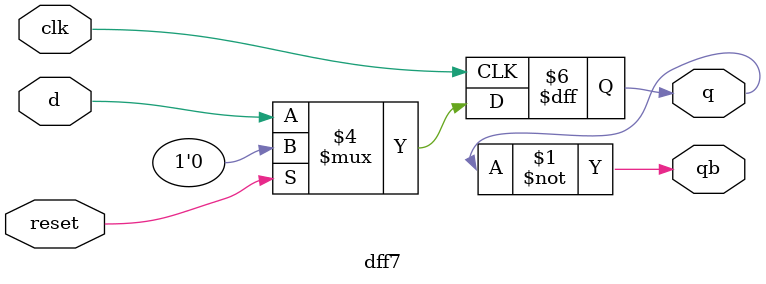
<source format=v>
module dff7 (
  input  d    ,
  input  clk  ,
  input  reset,
  output q    ,
  output qb
);

  reg q;

  assign qb = ~q;

  always @(posedge clk)
    if (reset)
      q <= 1'b0; // Active low-reset
    else
      q <= d;

endmodule


</source>
